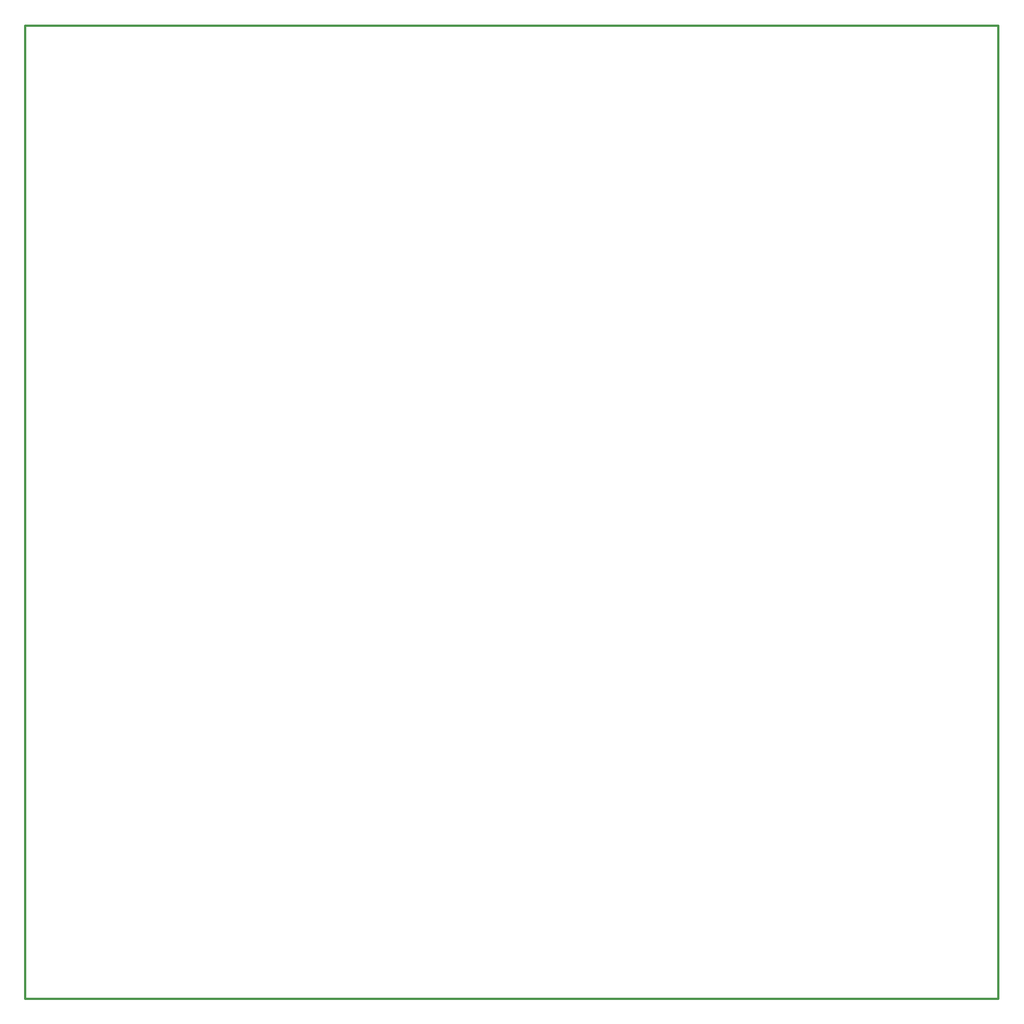
<source format=gko>
G04 Layer_Color=16711935*
%FSLAX24Y24*%
%MOIN*%
G70*
G01*
G75*
%ADD48C,0.0118*%
D48*
X20512Y30512D02*
X78543D01*
Y88543D01*
X20512D02*
X78543D01*
X20512Y30512D02*
Y88543D01*
M02*

</source>
